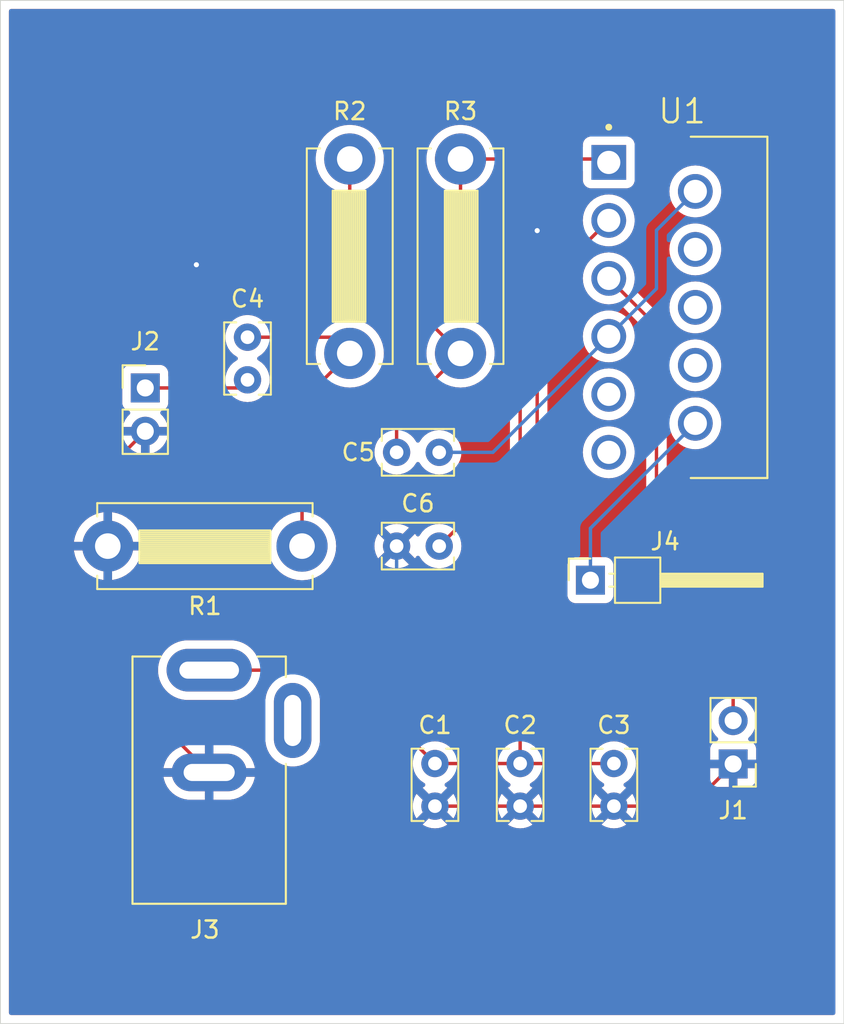
<source format=kicad_pcb>
(kicad_pcb (version 20240108) (generator "pcbnew") (generator_version "8.0")
  (layers (0 "F.Cu" signal) (31 "B.Cu" signal) (34 "B.Paste" user) (35 "F.Paste" user) (36 "B.SilkS" user "B.Silkscreen") (37 "F.SilkS" user "F.Silkscreen") (38 "B.Mask" user) (39 "F.Mask" user) (44 "Edge.Cuts" user))
  (net 0 "")
  (net 1 "GND")
  (net 2 "Net-(C1-Pad2)")
  (net 3 "Net-(C5-Pad2)")
  (net 4 "Net-(J1-Pin_2)")
  (net 5 "Net-(J2-Pin_1)")
  (net 7 "Net-(C4-Pad2)")
  (net 8 "Net-(C5-Pad1)")
  (net 9 "Net-(C6-Pad2)")
  (net 10 "Net-(J4-Pin_1)")
  (footprint "OPA wisper:LUMBERG_NEB_21_R" (layer "F.Cu") (at 76.75 116.275 90)
    (property "Reference" "J3" (at -9.225 -0.25 180) (layer "F.SilkS"))
    (property "Value" "NEB_21_R" (hide yes))
    (fp_line (start 6.8 -4.5) (end -7.7 -4.5) (stroke (width 0.127)) (layer "F.SilkS"))
    (fp_line (start -7.7 -4.5) (end -7.7 4.5) (stroke (width 0.127)) (layer "F.SilkS"))
    (fp_line (start 6.8 -2.85) (end 6.8 -4.5) (stroke (width 0.127)) (layer "F.SilkS"))
    (fp_line (start 6.8 4.5) (end 6.8 2.85) (stroke (width 0.127)) (layer "F.SilkS"))
    (fp_line (start 5.6 4.5) (end 6.8 4.5) (stroke (width 0.127)) (layer "F.SilkS"))
    (fp_line (start -7.7 4.5) (end 0.5 4.5) (stroke (width 0.127)) (layer "F.SilkS"))
    (pad "B" thru_hole oval (at 3.05 4.9 90) (size 4.4 2.2) (drill oval 3 1) (layers "*.Cu" "*.Mask"))
    (pad "J" thru_hole oval (at 6 0 90) (size 2.5 5) (drill oval 1 3.5) (layers "*.Cu" "*.Mask") (net 2 "Net-(C1-Pad2)"))
    (pad "S" thru_hole oval (at 0 0 90) (size 2.2 4.4) (drill oval 1 3) (layers "*.Cu" "*.Mask") (net 1 "GND"))
  )
  (footprint "Resistor_THT:R_Bare_Metal_Element_L12.4mm_W4.8mm_P11.40mm" (layer "F.Cu") (at 82.2 103 180)
    (property "Reference" "R1" (at 5.7 -3.52 0) (layer "F.SilkS"))
    (property "Value" "R" (hide yes))
    (fp_line (start 12.02 2.52) (end 12.02 1.74) (stroke (width 0.12)) (layer "F.SilkS"))
    (fp_line (start 12.02 -2.52) (end 12.02 -1.74) (stroke (width 0.12)) (layer "F.SilkS"))
    (fp_line (start 9.54 -1) (end 9.54 0.92) (stroke (width 0.12)) (layer "F.SilkS"))
    (fp_line (start 1.86 0.92) (end 9.54 0.92) (stroke (width 0.12)) (layer "F.SilkS"))
    (fp_line (start 1.86 0.8) (end 9.54 0.8) (stroke (width 0.12)) (layer "F.SilkS"))
    (fp_line (start 1.86 0.68) (end 9.54 0.68) (stroke (width 0.12)) (layer "F.SilkS"))
    (fp_line (start 1.86 0.56) (end 9.54 0.56) (stroke (width 0.12)) (layer "F.SilkS"))
    (fp_line (start 1.86 0.44) (end 9.54 0.44) (stroke (width 0.12)) (layer "F.SilkS"))
    (fp_line (start 1.86 0.32) (end 9.54 0.32) (stroke (width 0.12)) (layer "F.SilkS"))
    (fp_line (start 1.86 0.2) (end 9.54 0.2) (stroke (width 0.12)) (layer "F.SilkS"))
    (fp_line (start 1.86 0.08) (end 9.54 0.08) (stroke (width 0.12)) (layer "F.SilkS"))
    (fp_line (start 1.86 -0.04) (end 9.54 -0.04) (stroke (width 0.12)) (layer "F.SilkS"))
    (fp_line (start 1.86 -0.16) (end 9.54 -0.16) (stroke (width 0.12)) (layer "F.SilkS"))
    (fp_line (start 1.86 -0.28) (end 9.54 -0.28) (stroke (width 0.12)) (layer "F.SilkS"))
    (fp_line (start 1.86 -0.4) (end 9.54 -0.4) (stroke (width 0.12)) (layer "F.SilkS"))
    (fp_line (start 1.86 -0.52) (end 9.54 -0.52) (stroke (width 0.12)) (layer "F.SilkS"))
    (fp_line (start 1.86 -0.64) (end 9.54 -0.64) (stroke (width 0.12)) (layer "F.SilkS"))
    (fp_line (start 1.86 -0.76) (end 9.54 -0.76) (stroke (width 0.12)) (layer "F.SilkS"))
    (fp_line (start 1.86 -0.88) (end 9.54 -0.88) (stroke (width 0.12)) (layer "F.SilkS"))
    (fp_line (start 1.86 -1) (end 9.54 -1) (stroke (width 0.12)) (layer "F.SilkS"))
    (fp_line (start 1.86 -1) (end 1.86 0.92) (stroke (width 0.12)) (layer "F.SilkS"))
    (fp_line (start -0.62 2.52) (end 12.02 2.52) (stroke (width 0.12)) (layer "F.SilkS"))
    (fp_line (start -0.62 1.74) (end -0.62 2.52) (stroke (width 0.12)) (layer "F.SilkS"))
    (fp_line (start -0.62 -1.74) (end -0.62 -2.52) (stroke (width 0.12)) (layer "F.SilkS"))
    (fp_line (start -0.62 -2.52) (end 12.02 -2.52) (stroke (width 0.12)) (layer "F.SilkS"))
    (pad "1" thru_hole circle (at 0 0 180) (size 3 3) (drill 1.5) (layers "*.Cu" "*.Mask") (net 7 "Net-(C4-Pad2)"))
    (pad "2" thru_hole oval (at 11.4 0 180) (size 3 3) (drill 1.5) (layers "*.Cu" "*.Mask") (net 1 "GND"))
  )
  (footprint "Capacitor_THT:C_Rect_L4.0mm_W2.5mm_P2.50mm" (layer "F.Cu") (at 100.5 118.25 90)
    (property "Reference" "C3" (at 4.75 0 180) (layer "F.SilkS"))
    (property "Value" "C" (hide yes))
    (fp_line (start 3.37 -1.37) (end 3.37 -0.665) (stroke (width 0.12)) (layer "F.SilkS"))
    (fp_line (start -0.87 -1.37) (end 3.37 -1.37) (stroke (width 0.12)) (layer "F.SilkS"))
    (fp_line (start -0.87 -1.37) (end -0.87 -0.665) (stroke (width 0.12)) (layer "F.SilkS"))
    (fp_line (start 3.37 0.665) (end 3.37 1.37) (stroke (width 0.12)) (layer "F.SilkS"))
    (fp_line (start -0.87 0.665) (end -0.87 1.37) (stroke (width 0.12)) (layer "F.SilkS"))
    (fp_line (start -0.87 1.37) (end 3.37 1.37) (stroke (width 0.12)) (layer "F.SilkS"))
    (pad "1" thru_hole circle (at 0 0 90) (size 1.6 1.6) (drill 0.8) (layers "*.Cu" "*.Mask") (net 1 "GND"))
    (pad "2" thru_hole circle (at 2.5 0 90) (size 1.6 1.6) (drill 0.8) (layers "*.Cu" "*.Mask") (net 2 "Net-(C1-Pad2)"))
  )
  (footprint "Connector_PinHeader_2.54mm:PinHeader_1x02_P2.54mm_Vertical" (layer "F.Cu") (at 107.5 115.775 180)
    (property "Reference" "J1" (at 0 -2.725 0) (layer "F.SilkS"))
    (property "Value" "Conn_01x02_Pin" (hide yes))
    (fp_line (start 1.33 1.27) (end 1.33 3.87) (stroke (width 0.12)) (layer "F.SilkS"))
    (fp_line (start -1.33 3.87) (end 1.33 3.87) (stroke (width 0.12)) (layer "F.SilkS"))
    (fp_line (start -1.33 1.27) (end 1.33 1.27) (stroke (width 0.12)) (layer "F.SilkS"))
    (fp_line (start -1.33 1.27) (end -1.33 3.87) (stroke (width 0.12)) (layer "F.SilkS"))
    (fp_line (start -1.33 0) (end -1.33 -1.33) (stroke (width 0.12)) (layer "F.SilkS"))
    (fp_line (start -1.33 -1.33) (end 0 -1.33) (stroke (width 0.12)) (layer "F.SilkS"))
    (pad "1" thru_hole rect (at 0 0 180) (size 1.7 1.7) (drill 1) (layers "*.Cu" "*.Mask") (net 1 "GND"))
    (pad "2" thru_hole oval (at 0 2.54 180) (size 1.7 1.7) (drill 1) (layers "*.Cu" "*.Mask") (net 4 "Net-(J1-Pin_2)"))
  )
  (footprint "Resistor_THT:R_Bare_Metal_Element_L12.4mm_W4.8mm_P11.40mm" (layer "F.Cu") (at 85 91.7 90)
    (property "Reference" "R2" (at 14.2 0 180) (layer "F.SilkS"))
    (property "Value" "R" (hide yes))
    (fp_line (start 12.02 -2.52) (end 12.02 -1.74) (stroke (width 0.12)) (layer "F.SilkS"))
    (fp_line (start -0.62 -2.52) (end 12.02 -2.52) (stroke (width 0.12)) (layer "F.SilkS"))
    (fp_line (start -0.62 -1.74) (end -0.62 -2.52) (stroke (width 0.12)) (layer "F.SilkS"))
    (fp_line (start 9.54 -1) (end 9.54 0.92) (stroke (width 0.12)) (layer "F.SilkS"))
    (fp_line (start 1.86 -1) (end 9.54 -1) (stroke (width 0.12)) (layer "F.SilkS"))
    (fp_line (start 1.86 -1) (end 1.86 0.92) (stroke (width 0.12)) (layer "F.SilkS"))
    (fp_line (start 1.86 -0.88) (end 9.54 -0.88) (stroke (width 0.12)) (layer "F.SilkS"))
    (fp_line (start 1.86 -0.76) (end 9.54 -0.76) (stroke (width 0.12)) (layer "F.SilkS"))
    (fp_line (start 1.86 -0.64) (end 9.54 -0.64) (stroke (width 0.12)) (layer "F.SilkS"))
    (fp_line (start 1.86 -0.52) (end 9.54 -0.52) (stroke (width 0.12)) (layer "F.SilkS"))
    (fp_line (start 1.86 -0.4) (end 9.54 -0.4) (stroke (width 0.12)) (layer "F.SilkS"))
    (fp_line (start 1.86 -0.28) (end 9.54 -0.28) (stroke (width 0.12)) (layer "F.SilkS"))
    (fp_line (start 1.86 -0.16) (end 9.54 -0.16) (stroke (width 0.12)) (layer "F.SilkS"))
    (fp_line (start 1.86 -0.04) (end 9.54 -0.04) (stroke (width 0.12)) (layer "F.SilkS"))
    (fp_line (start 1.86 0.08) (end 9.54 0.08) (stroke (width 0.12)) (layer "F.SilkS"))
    (fp_line (start 1.86 0.2) (end 9.54 0.2) (stroke (width 0.12)) (layer "F.SilkS"))
    (fp_line (start 1.86 0.32) (end 9.54 0.32) (stroke (width 0.12)) (layer "F.SilkS"))
    (fp_line (start 1.86 0.44) (end 9.54 0.44) (stroke (width 0.12)) (layer "F.SilkS"))
    (fp_line (start 1.86 0.56) (end 9.54 0.56) (stroke (width 0.12)) (layer "F.SilkS"))
    (fp_line (start 1.86 0.68) (end 9.54 0.68) (stroke (width 0.12)) (layer "F.SilkS"))
    (fp_line (start 1.86 0.8) (end 9.54 0.8) (stroke (width 0.12)) (layer "F.SilkS"))
    (fp_line (start 1.86 0.92) (end 9.54 0.92) (stroke (width 0.12)) (layer "F.SilkS"))
    (fp_line (start -0.62 1.74) (end -0.62 2.52) (stroke (width 0.12)) (layer "F.SilkS"))
    (fp_line (start 12.02 2.52) (end 12.02 1.74) (stroke (width 0.12)) (layer "F.SilkS"))
    (fp_line (start -0.62 2.52) (end 12.02 2.52) (stroke (width 0.12)) (layer "F.SilkS"))
    (pad "1" thru_hole circle (at 0 0 90) (size 3 3) (drill 1.5) (layers "*.Cu" "*.Mask") (net 7 "Net-(C4-Pad2)"))
    (pad "2" thru_hole oval (at 11.4 0 90) (size 3 3) (drill 1.5) (layers "*.Cu" "*.Mask") (net 3 "Net-(C5-Pad2)"))
  )
  (footprint "Capacitor_THT:C_Rect_L4.0mm_W2.5mm_P2.50mm" (layer "F.Cu") (at 90 118.25 90)
    (property "Reference" "C1" (at 4.75 0 180) (layer "F.SilkS"))
    (property "Value" "C" (hide yes))
    (fp_line (start 3.37 -1.37) (end 3.37 -0.665) (stroke (width 0.12)) (layer "F.SilkS"))
    (fp_line (start -0.87 -1.37) (end 3.37 -1.37) (stroke (width 0.12)) (layer "F.SilkS"))
    (fp_line (start -0.87 -1.37) (end -0.87 -0.665) (stroke (width 0.12)) (layer "F.SilkS"))
    (fp_line (start 3.37 0.665) (end 3.37 1.37) (stroke (width 0.12)) (layer "F.SilkS"))
    (fp_line (start -0.87 0.665) (end -0.87 1.37) (stroke (width 0.12)) (layer "F.SilkS"))
    (fp_line (start -0.87 1.37) (end 3.37 1.37) (stroke (width 0.12)) (layer "F.SilkS"))
    (pad "1" thru_hole circle (at 0 0 90) (size 1.6 1.6) (drill 0.8) (layers "*.Cu" "*.Mask") (net 1 "GND"))
    (pad "2" thru_hole circle (at 2.5 0 90) (size 1.6 1.6) (drill 0.8) (layers "*.Cu" "*.Mask") (net 2 "Net-(C1-Pad2)"))
  )
  (footprint "Connector_PinHeader_2.54mm:PinHeader_1x02_P2.54mm_Vertical" (layer "F.Cu") (at 73 93.725)
    (property "Reference" "J2" (at 0 -2.725 0) (layer "F.SilkS"))
    (property "Value" "Antenna" (hide yes))
    (fp_line (start -1.33 -1.33) (end 0 -1.33) (stroke (width 0.12)) (layer "F.SilkS"))
    (fp_line (start -1.33 0) (end -1.33 -1.33) (stroke (width 0.12)) (layer "F.SilkS"))
    (fp_line (start -1.33 1.27) (end -1.33 3.87) (stroke (width 0.12)) (layer "F.SilkS"))
    (fp_line (start -1.33 1.27) (end 1.33 1.27) (stroke (width 0.12)) (layer "F.SilkS"))
    (fp_line (start -1.33 3.87) (end 1.33 3.87) (stroke (width 0.12)) (layer "F.SilkS"))
    (fp_line (start 1.33 1.27) (end 1.33 3.87) (stroke (width 0.12)) (layer "F.SilkS"))
    (pad "1" thru_hole rect (at 0 0) (size 1.7 1.7) (drill 1) (layers "*.Cu" "*.Mask") (net 5 "Net-(J2-Pin_1)"))
    (pad "2" thru_hole oval (at 0 2.54) (size 1.7 1.7) (drill 1) (layers "*.Cu" "*.Mask") (net 1 "GND"))
  )
  (footprint "Capacitor_THT:C_Rect_L4.0mm_W2.5mm_P2.50mm" (layer "F.Cu") (at 87.75 103)
    (property "Reference" "C6" (at 1.25 -2.5 0) (layer "F.SilkS"))
    (property "Value" "C" (hide yes))
    (fp_line (start -0.87 -1.37) (end -0.87 -0.665) (stroke (width 0.12)) (layer "F.SilkS"))
    (fp_line (start -0.87 -1.37) (end 3.37 -1.37) (stroke (width 0.12)) (layer "F.SilkS"))
    (fp_line (start -0.87 0.665) (end -0.87 1.37) (stroke (width 0.12)) (layer "F.SilkS"))
    (fp_line (start -0.87 1.37) (end 3.37 1.37) (stroke (width 0.12)) (layer "F.SilkS"))
    (fp_line (start 3.37 -1.37) (end 3.37 -0.665) (stroke (width 0.12)) (layer "F.SilkS"))
    (fp_line (start 3.37 0.665) (end 3.37 1.37) (stroke (width 0.12)) (layer "F.SilkS"))
    (pad "1" thru_hole circle (at 0 0) (size 1.6 1.6) (drill 0.8) (layers "*.Cu" "*.Mask") (net 1 "GND"))
    (pad "2" thru_hole circle (at 2.5 0) (size 1.6 1.6) (drill 0.8) (layers "*.Cu" "*.Mask") (net 9 "Net-(C6-Pad2)"))
  )
  (footprint "Resistor_THT:R_Bare_Metal_Element_L12.4mm_W4.8mm_P11.40mm" (layer "F.Cu") (at 91.5 80.3 -90)
    (property "Reference" "R3" (at -2.8 0 180) (layer "F.SilkS"))
    (property "Value" "R" (hide yes))
    (fp_line (start -0.62 2.52) (end 12.02 2.52) (stroke (width 0.12)) (layer "F.SilkS"))
    (fp_line (start 12.02 2.52) (end 12.02 1.74) (stroke (width 0.12)) (layer "F.SilkS"))
    (fp_line (start -0.62 1.74) (end -0.62 2.52) (stroke (width 0.12)) (layer "F.SilkS"))
    (fp_line (start 1.86 0.92) (end 9.54 0.92) (stroke (width 0.12)) (layer "F.SilkS"))
    (fp_line (start 1.86 0.8) (end 9.54 0.8) (stroke (width 0.12)) (layer "F.SilkS"))
    (fp_line (start 1.86 0.68) (end 9.54 0.68) (stroke (width 0.12)) (layer "F.SilkS"))
    (fp_line (start 1.86 0.56) (end 9.54 0.56) (stroke (width 0.12)) (layer "F.SilkS"))
    (fp_line (start 1.86 0.44) (end 9.54 0.44) (stroke (width 0.12)) (layer "F.SilkS"))
    (fp_line (start 1.86 0.32) (end 9.54 0.32) (stroke (width 0.12)) (layer "F.SilkS"))
    (fp_line (start 1.86 0.2) (end 9.54 0.2) (stroke (width 0.12)) (layer "F.SilkS"))
    (fp_line (start 1.86 0.08) (end 9.54 0.08) (stroke (width 0.12)) (layer "F.SilkS"))
    (fp_line (start 1.86 -0.04) (end 9.54 -0.04) (stroke (width 0.12)) (layer "F.SilkS"))
    (fp_line (start 1.86 -0.16) (end 9.54 -0.16) (stroke (width 0.12)) (layer "F.SilkS"))
    (fp_line (start 1.86 -0.28) (end 9.54 -0.28) (stroke (width 0.12)) (layer "F.SilkS"))
    (fp_line (start 1.86 -0.4) (end 9.54 -0.4) (stroke (width 0.12)) (layer "F.SilkS"))
    (fp_line (start 1.86 -0.52) (end 9.54 -0.52) (stroke (width 0.12)) (layer "F.SilkS"))
    (fp_line (start 1.86 -0.64) (end 9.54 -0.64) (stroke (width 0.12)) (layer "F.SilkS"))
    (fp_line (start 1.86 -0.76) (end 9.54 -0.76) (stroke (width 0.12)) (layer "F.SilkS"))
    (fp_line (start 1.86 -0.88) (end 9.54 -0.88) (stroke (width 0.12)) (layer "F.SilkS"))
    (fp_line (start 1.86 -1) (end 1.86 0.92) (stroke (width 0.12)) (layer "F.SilkS"))
    (fp_line (start 1.86 -1) (end 9.54 -1) (stroke (width 0.12)) (layer "F.SilkS"))
    (fp_line (start 9.54 -1) (end 9.54 0.92) (stroke (width 0.12)) (layer "F.SilkS"))
    (fp_line (start -0.62 -1.74) (end -0.62 -2.52) (stroke (width 0.12)) (layer "F.SilkS"))
    (fp_line (start -0.62 -2.52) (end 12.02 -2.52) (stroke (width 0.12)) (layer "F.SilkS"))
    (fp_line (start 12.02 -2.52) (end 12.02 -1.74) (stroke (width 0.12)) (layer "F.SilkS"))
    (pad "1" thru_hole circle (at 0 0 270) (size 3 3) (drill 1.5) (layers "*.Cu" "*.Mask") (net 9 "Net-(C6-Pad2)"))
    (pad "2" thru_hole oval (at 11.4 0 270) (size 3 3) (drill 1.5) (layers "*.Cu" "*.Mask") (net 3 "Net-(C5-Pad2)"))
  )
  (footprint "Capacitor_THT:C_Rect_L4.0mm_W2.5mm_P2.50mm" (layer "F.Cu") (at 79 93.25 90)
    (property "Reference" "C4" (at 4.75 0 180) (layer "F.SilkS"))
    (property "Value" "C" (hide yes))
    (fp_line (start 3.37 -1.37) (end 3.37 -0.665) (stroke (width 0.12)) (layer "F.SilkS"))
    (fp_line (start -0.87 -1.37) (end 3.37 -1.37) (stroke (width 0.12)) (layer "F.SilkS"))
    (fp_line (start -0.87 -1.37) (end -0.87 -0.665) (stroke (width 0.12)) (layer "F.SilkS"))
    (fp_line (start 3.37 0.665) (end 3.37 1.37) (stroke (width 0.12)) (layer "F.SilkS"))
    (fp_line (start -0.87 0.665) (end -0.87 1.37) (stroke (width 0.12)) (layer "F.SilkS"))
    (fp_line (start -0.87 1.37) (end 3.37 1.37) (stroke (width 0.12)) (layer "F.SilkS"))
    (pad "1" thru_hole circle (at 0 0 90) (size 1.6 1.6) (drill 0.8) (layers "*.Cu" "*.Mask") (net 5 "Net-(J2-Pin_1)"))
    (pad "2" thru_hole circle (at 2.5 0 90) (size 1.6 1.6) (drill 0.8) (layers "*.Cu" "*.Mask") (net 7 "Net-(C4-Pad2)"))
  )
  (footprint "Capacitor_THT:C_Rect_L4.0mm_W2.5mm_P2.50mm" (layer "F.Cu") (at 95 118.25 90)
    (property "Reference" "C2" (at 4.75 0 180) (layer "F.SilkS"))
    (property "Value" "C" (hide yes))
    (fp_line (start 3.37 -1.37) (end 3.37 -0.665) (stroke (width 0.12)) (layer "F.SilkS"))
    (fp_line (start -0.87 -1.37) (end 3.37 -1.37) (stroke (width 0.12)) (layer "F.SilkS"))
    (fp_line (start -0.87 -1.37) (end -0.87 -0.665) (stroke (width 0.12)) (layer "F.SilkS"))
    (fp_line (start 3.37 0.665) (end 3.37 1.37) (stroke (width 0.12)) (layer "F.SilkS"))
    (fp_line (start -0.87 0.665) (end -0.87 1.37) (stroke (width 0.12)) (layer "F.SilkS"))
    (fp_line (start -0.87 1.37) (end 3.37 1.37) (stroke (width 0.12)) (layer "F.SilkS"))
    (pad "1" thru_hole circle (at 0 0 90) (size 1.6 1.6) (drill 0.8) (layers "*.Cu" "*.Mask") (net 1 "GND"))
    (pad "2" thru_hole circle (at 2.5 0 90) (size 1.6 1.6) (drill 0.8) (layers "*.Cu" "*.Mask") (net 2 "Net-(C1-Pad2)"))
  )
  (footprint "OPA wisper:TO170P2027X462X2456-11" (layer "F.Cu") (at 100.2 80.5 -90)
    (property "Reference" "U1" (at -3 -4.3 180) (layer "F.SilkS") (effects (font (size 1.4 1.4))))
    (property "Value" "OPA541AP" (hide yes))
    (fp_line (start 18.5075 -4.8125) (end 18.5075 -9.3075) (stroke (width 0.127)) (layer "F.SilkS"))
    (fp_line (start -1.5075 -9.3075) (end -1.5075 -4.8125) (stroke (width 0.127)) (layer "F.SilkS"))
    (fp_line (start 18.5075 -9.3075) (end -1.5075 -9.3075) (stroke (width 0.127)) (layer "F.SilkS"))
    (fp_circle (center -2.0675 0) (end -1.9675 0) (stroke (width 0.2)) (fill none) (layer "F.SilkS"))
    (pad "1" thru_hole rect (at 0 0 270) (size 2.04 2.04) (drill 1.36) (layers "*.Cu" "*.Mask") (net 9 "Net-(C6-Pad2)"))
    (pad "2" thru_hole circle (at 1.7 -5.08 270) (size 2.04 2.04) (drill 1.36) (layers "*.Cu" "*.Mask") (net 8 "Net-(C5-Pad1)"))
    (pad "3" thru_hole circle (at 3.4 0 270) (size 2.04 2.04) (drill 1.36) (layers "*.Cu" "*.Mask") (net 2 "Net-(C1-Pad2)"))
    (pad "4" thru_hole circle (at 5.1 -5.08 270) (size 2.04 2.04) (drill 1.36) (layers "*.Cu" "*.Mask"))
    (pad "5" thru_hole circle (at 6.8 0 270) (size 2.04 2.04) (drill 1.36) (layers "*.Cu" "*.Mask") (net 4 "Net-(J1-Pin_2)"))
    (pad "6" thru_hole circle (at 8.5 -5.08 270) (size 2.04 2.04) (drill 1.36) (layers "*.Cu" "*.Mask"))
    (pad "7" thru_hole circle (at 10.2 0 270) (size 2.04 2.04) (drill 1.36) (layers "*.Cu" "*.Mask") (net 8 "Net-(C5-Pad1)"))
    (pad "8" thru_hole circle (at 11.9 -5.08 270) (size 2.04 2.04) (drill 1.36) (layers "*.Cu" "*.Mask"))
    (pad "9" thru_hole circle (at 13.6 0 270) (size 2.04 2.04) (drill 1.36) (layers "*.Cu" "*.Mask"))
    (pad "10" thru_hole circle (at 15.3 -5.08 270) (size 2.04 2.04) (drill 1.36) (layers "*.Cu" "*.Mask") (net 10 "Net-(J4-Pin_1)"))
    (pad "11" thru_hole circle (at 17 0 270) (size 2.04 2.04) (drill 1.36) (layers "*.Cu" "*.Mask"))
  )
  (footprint "Capacitor_THT:C_Rect_L4.0mm_W2.5mm_P2.50mm" (layer "F.Cu") (at 90.25 97.5 180)
    (property "Reference" "C5" (at 4.75 0 0) (layer "F.SilkS"))
    (property "Value" "C" (hide yes))
    (fp_line (start 3.37 0.665) (end 3.37 1.37) (stroke (width 0.12)) (layer "F.SilkS"))
    (fp_line (start 3.37 -1.37) (end 3.37 -0.665) (stroke (width 0.12)) (layer "F.SilkS"))
    (fp_line (start -0.87 1.37) (end 3.37 1.37) (stroke (width 0.12)) (layer "F.SilkS"))
    (fp_line (start -0.87 0.665) (end -0.87 1.37) (stroke (width 0.12)) (layer "F.SilkS"))
    (fp_line (start -0.87 -1.37) (end 3.37 -1.37) (stroke (width 0.12)) (layer "F.SilkS"))
    (fp_line (start -0.87 -1.37) (end -0.87 -0.665) (stroke (width 0.12)) (layer "F.SilkS"))
    (pad "1" thru_hole circle (at 0 0 180) (size 1.6 1.6) (drill 0.8) (layers "*.Cu" "*.Mask") (net 8 "Net-(C5-Pad1)"))
    (pad "2" thru_hole circle (at 2.5 0 180) (size 1.6 1.6) (drill 0.8) (layers "*.Cu" "*.Mask") (net 3 "Net-(C5-Pad2)"))
  )
  (footprint "Connector_PinHeader_2.54mm:PinHeader_1x01_P2.54mm_Horizontal" (layer "F.Cu") (at 99.125 105)
    (property "Reference" "J4" (at 4.385 -2.27 0) (layer "F.SilkS"))
    (property "Value" "Conn_01x01_Pin" (hide yes))
    (fp_line (start -1.27 -1.27) (end 0 -1.27) (stroke (width 0.12)) (layer "F.SilkS"))
    (fp_line (start -1.27 0) (end -1.27 -1.27) (stroke (width 0.12)) (layer "F.SilkS"))
    (fp_line (start 1.11 -0.38) (end 1.44 -0.38) (stroke (width 0.12)) (layer "F.SilkS"))
    (fp_line (start 1.11 0.38) (end 1.44 0.38) (stroke (width 0.12)) (layer "F.SilkS"))
    (fp_line (start 1.44 -1.33) (end 1.44 1.33) (stroke (width 0.12)) (layer "F.SilkS"))
    (fp_line (start 1.44 1.33) (end 4.1 1.33) (stroke (width 0.12)) (layer "F.SilkS"))
    (fp_line (start 4.1 -1.33) (end 1.44 -1.33) (stroke (width 0.12)) (layer "F.SilkS"))
    (fp_line (start 4.1 -0.38) (end 10.1 -0.38) (stroke (width 0.12)) (layer "F.SilkS"))
    (fp_line (start 4.1 -0.32) (end 10.1 -0.32) (stroke (width 0.12)) (layer "F.SilkS"))
    (fp_line (start 4.1 -0.2) (end 10.1 -0.2) (stroke (width 0.12)) (layer "F.SilkS"))
    (fp_line (start 4.1 -0.08) (end 10.1 -0.08) (stroke (width 0.12)) (layer "F.SilkS"))
    (fp_line (start 4.1 0.04) (end 10.1 0.04) (stroke (width 0.12)) (layer "F.SilkS"))
    (fp_line (start 4.1 0.16) (end 10.1 0.16) (stroke (width 0.12)) (layer "F.SilkS"))
    (fp_line (start 4.1 0.28) (end 10.1 0.28) (stroke (width 0.12)) (layer "F.SilkS"))
    (fp_line (start 4.1 1.33) (end 4.1 -1.33) (stroke (width 0.12)) (layer "F.SilkS"))
    (fp_line (start 10.1 -0.38) (end 10.1 0.38) (stroke (width 0.12)) (layer "F.SilkS"))
    (fp_line (start 10.1 0.38) (end 4.1 0.38) (stroke (width 0.12)) (layer "F.SilkS"))
    (pad "1" thru_hole rect (at 0 0) (size 1.7 1.7) (drill 1) (layers "*.Cu" "*.Mask") (net 10 "Net-(J4-Pin_1)"))
  )
  (gr_rect (start 64.5 71) (end 114 131) (stroke (width 0.05)) (fill none) (layer "Edge.Cuts"))
  (via (at 76 86.5) (size 0.6) (drill 0.3) (layers "F.Cu" "B.Cu") (net 0))
  (via (at 96 84.5) (size 0.6) (drill 0.3) (layers "F.Cu" "B.Cu") (net 0))
  (segment (start 70.8 103) (end 70.8 98.465) (width 0.2) (layer "F.Cu") (net 1))
  (segment (start 76.75 116.275) (end 88.025 116.275) (width 0.2) (layer "F.Cu") (net 1))
  (segment (start 70.8 98.465) (end 73 96.265) (width 0.2) (layer "F.Cu") (net 1))
  (segment (start 88.025 116.275) (end 90 118.25) (width 0.2) (layer "F.Cu") (net 1))
  (segment (start 70.8 103) (end 70.8 110.325) (width 0.2) (layer "F.Cu") (net 1))
  (segment (start 95 118.25) (end 100.5 118.25) (width 0.2) (layer "F.Cu") (net 1))
  (segment (start 100.5 118.25) (end 105.025 118.25) (width 0.2) (layer "F.Cu") (net 1))
  (segment (start 70.8 110.325) (end 76.75 116.275) (width 0.2) (layer "F.Cu") (net 1))
  (segment (start 90 118.25) (end 95 118.25) (width 0.2) (layer "F.Cu") (net 1))
  (segment (start 105.025 118.25) (end 107.5 115.775) (width 0.2) (layer "F.Cu") (net 1))
  (segment (start 90 118.25) (end 87.75 116) (width 0.2) (layer "B.Cu") (net 1))
  (segment (start 87.75 116) (end 87.75 103) (width 0.2) (layer "B.Cu") (net 1))
  (segment (start 95 101) (end 95 115.75) (width 0.2) (layer "F.Cu") (net 2))
  (segment (start 100.2 83.9) (end 96 88.1) (width 0.2) (layer "F.Cu") (net 2))
  (segment (start 84.525 110.275) (end 90 115.75) (width 0.2) (layer "F.Cu") (net 2))
  (segment (start 76.75 110.275) (end 84.525 110.275) (width 0.2) (layer "F.Cu") (net 2))
  (segment (start 96 100) (end 95 101) (width 0.2) (layer "F.Cu") (net 2))
  (segment (start 96 88.1) (end 96 100) (width 0.2) (layer "F.Cu") (net 2))
  (segment (start 95 115.75) (end 100.5 115.75) (width 0.2) (layer "F.Cu") (net 2))
  (segment (start 90 115.75) (end 95 115.75) (width 0.2) (layer "F.Cu") (net 2))
  (segment (start 85 80.3) (end 85 85.2) (width 0.2) (layer "F.Cu") (net 3))
  (segment (start 85 85.2) (end 91.5 91.7) (width 0.2) (layer "F.Cu") (net 3))
  (segment (start 87.75 95.45) (end 91.5 91.7) (width 0.2) (layer "F.Cu") (net 3))
  (segment (start 87.75 97.5) (end 87.75 95.45) (width 0.2) (layer "F.Cu") (net 3))
  (segment (start 103 90.1) (end 100.2 87.3) (width 0.2) (layer "F.Cu") (net 4))
  (segment (start 103 100) (end 103 90.1) (width 0.2) (layer "F.Cu") (net 4))
  (segment (start 107.5 104.5) (end 103 100) (width 0.2) (layer "F.Cu") (net 4))
  (segment (start 107.5 113.235) (end 107.5 104.5) (width 0.2) (layer "F.Cu") (net 4))
  (segment (start 73 93.725) (end 78.525 93.725) (width 0.2) (layer "F.Cu") (net 5))
  (segment (start 78.525 93.725) (end 79 93.25) (width 0.2) (layer "F.Cu") (net 5))
  (segment (start 85 91.7) (end 82.2 94.5) (width 0.2) (layer "F.Cu") (net 7))
  (segment (start 84.05 90.75) (end 85 91.7) (width 0.2) (layer "F.Cu") (net 7))
  (segment (start 82.2 94.5) (end 82.2 103) (width 0.2) (layer "F.Cu") (net 7))
  (segment (start 79 90.75) (end 84.05 90.75) (width 0.2) (layer "F.Cu") (net 7))
  (segment (start 103 84.48) (end 105.28 82.2) (width 0.2) (layer "B.Cu") (net 8))
  (segment (start 93.4 97.5) (end 100.2 90.7) (width 0.2) (layer "B.Cu") (net 8))
  (segment (start 90.25 97.5) (end 93.4 97.5) (width 0.2) (layer "B.Cu") (net 8))
  (segment (start 103 87.9) (end 103 84.48) (width 0.2) (layer "B.Cu") (net 8))
  (segment (start 100.2 90.7) (end 103 87.9) (width 0.2) (layer "B.Cu") (net 8))
  (segment (start 95 88) (end 95 98.25) (width 0.2) (layer "F.Cu") (net 9))
  (segment (start 95 98.25) (end 90.25 103) (width 0.2) (layer "F.Cu") (net 9))
  (segment (start 91.5 84.5) (end 95 88) (width 0.2) (layer "F.Cu") (net 9))
  (segment (start 100 80.3) (end 100.2 80.5) (width 0.2) (layer "F.Cu") (net 9))
  (segment (start 91.5 80.3) (end 91.5 84.5) (width 0.2) (layer "F.Cu") (net 9))
  (segment (start 91.5 80.3) (end 100 80.3) (width 0.2) (layer "F.Cu") (net 9))
  (segment (start 99.125 105) (end 99.125 101.955) (width 0.2) (layer "B.Cu") (net 10))
  (segment (start 99.125 101.955) (end 105.28 95.8) (width 0.2) (layer "B.Cu") (net 10))
  (zone (net 1) (net_name "GND") (layer "F.Cu") (connect_pads (clearance 0.5)) (min_thickness 0.25) (fill yes (thermal_gap 0.5) (thermal_bridge_width 0.5) (island_removal_mode 1) (island_area_min 10))
    (polygon (pts (xy 64.5 71) (xy 114 71) (xy 114 131) (xy 64.5 131)))
  )
  (zone (net 1) (net_name "GND") (layer "B.Cu") (priority 1) (connect_pads (clearance 0.5)) (min_thickness 0.25) (fill yes (thermal_gap 0.5) (thermal_bridge_width 0.5))
    (polygon (pts (xy 64.5 71) (xy 114 71) (xy 114 131) (xy 64.5 131)))
  )
)
</source>
